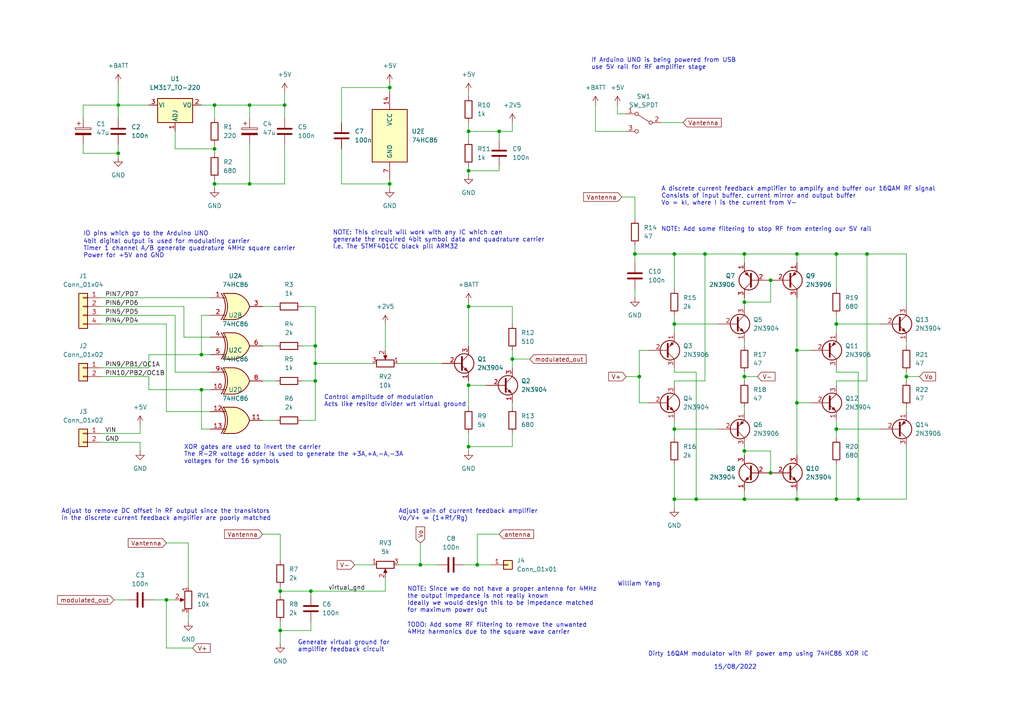
<source format=kicad_sch>
(kicad_sch (version 20211123) (generator eeschema)
  (paper "A4")
  (lib_symbols
    (symbol "74xx:74HC86" (pin_names (offset 1.016))
      (property "Reference" "U" (at 0 1.27 0))
      (property "Value" "74HC86" (at 0 -1.27 0))
      (symbol "74HC86_1_0"
        (arc (start -4.4196 -3.81) (mid -3.2033 0) (end -4.4196 3.81) (stroke (width 0.254)))
        (arc (start -3.81 -3.81) (mid -2.589 0) (end -3.81 3.81) (stroke (width 0.254)))
        (arc (start -0.6096 -3.81) (mid 2.1842 -2.5851) (end 3.81 0) (stroke (width 0.254)) (fill (type background)))
        (polyline (pts (xy -3.81 -3.81) (xy -0.635 -3.81)) (stroke (width 0.254)) (fill (type background)))
        (polyline (pts (xy -3.81 3.81) (xy -0.635 3.81)) (stroke (width 0.254)) (fill (type background)))
        (polyline (pts (xy -0.635 3.81) (xy -3.81 3.81) (xy -3.81 3.81) (xy -3.556 3.4036) (xy -3.0226 2.2606) (xy -2.6924 1.0414) (xy -2.6162 -0.254) (xy -2.7686 -1.4986) (xy -3.175 -2.7178) (xy -3.81 -3.81) (xy -3.81 -3.81) (xy -0.635 -3.81)) (stroke (width -25.4)) (fill (type background)))
        (arc (start 3.81 0) (mid 2.1915 2.5936) (end -0.6096 3.81) (stroke (width 0.254)) (fill (type background)))
        (pin input line (at -7.62 2.54 0) (length 4.445) (name "~") (number "1"))
        (pin input line (at -7.62 -2.54 0) (length 4.445) (name "~") (number "2"))
        (pin output line (at 7.62 0 180) (length 3.81) (name "~") (number "3"))
      )
      (symbol "74HC86_1_1"
        (polyline (pts (xy -3.81 -2.54) (xy -3.175 -2.54)) (stroke (width 0.1524)))
        (polyline (pts (xy -3.81 2.54) (xy -3.175 2.54)) (stroke (width 0.1524)))
      )
      (symbol "74HC86_2_0"
        (arc (start -4.4196 -3.81) (mid -3.2033 0) (end -4.4196 3.81) (stroke (width 0.254)))
        (arc (start -3.81 -3.81) (mid -2.589 0) (end -3.81 3.81) (stroke (width 0.254)))
        (arc (start -0.6096 -3.81) (mid 2.1842 -2.5851) (end 3.81 0) (stroke (width 0.254)) (fill (type background)))
        (polyline (pts (xy -3.81 -3.81) (xy -0.635 -3.81)) (stroke (width 0.254)) (fill (type background)))
        (polyline (pts (xy -3.81 3.81) (xy -0.635 3.81)) (stroke (width 0.254)) (fill (type background)))
        (polyline (pts (xy -0.635 3.81) (xy -3.81 3.81) (xy -3.81 3.81) (xy -3.556 3.4036) (xy -3.0226 2.2606) (xy -2.6924 1.0414) (xy -2.6162 -0.254) (xy -2.7686 -1.4986) (xy -3.175 -2.7178) (xy -3.81 -3.81) (xy -3.81 -3.81) (xy -0.635 -3.81)) (stroke (width -25.4)) (fill (type background)))
        (arc (start 3.81 0) (mid 2.1915 2.5936) (end -0.6096 3.81) (stroke (width 0.254)) (fill (type background)))
        (pin input line (at -7.62 2.54 0) (length 4.445) (name "~") (number "4"))
        (pin input line (at -7.62 -2.54 0) (length 4.445) (name "~") (number "5"))
        (pin output line (at 7.62 0 180) (length 3.81) (name "~") (number "6"))
      )
      (symbol "74HC86_2_1"
        (polyline (pts (xy -3.81 -2.54) (xy -3.175 -2.54)) (stroke (width 0.1524)))
        (polyline (pts (xy -3.81 2.54) (xy -3.175 2.54)) (stroke (width 0.1524)))
      )
      (symbol "74HC86_3_0"
        (arc (start -4.4196 -3.81) (mid -3.2033 0) (end -4.4196 3.81) (stroke (width 0.254)))
        (arc (start -3.81 -3.81) (mid -2.589 0) (end -3.81 3.81) (stroke (width 0.254)))
        (arc (start -0.6096 -3.81) (mid 2.1842 -2.5851) (end 3.81 0) (stroke (width 0.254)) (fill (type background)))
        (polyline (pts (xy -3.81 -3.81) (xy -0.635 -3.81)) (stroke (width 0.254)) (fill (type background)))
        (polyline (pts (xy -3.81 3.81) (xy -0.635 3.81)) (stroke (width 0.254)) (fill (type background)))
        (polyline (pts (xy -0.635 3.81) (xy -3.81 3.81) (xy -3.81 3.81) (xy -3.556 3.4036) (xy -3.0226 2.2606) (xy -2.6924 1.0414) (xy -2.6162 -0.254) (xy -2.7686 -1.4986) (xy -3.175 -2.7178) (xy -3.81 -3.81) (xy -3.81 -3.81) (xy -0.635 -3.81)) (stroke (width -25.4)) (fill (type background)))
        (arc (start 3.81 0) (mid 2.1915 2.5936) (end -0.6096 3.81) (stroke (width 0.254)) (fill (type background)))
        (pin input line (at -7.62 -2.54 0) (length 4.445) (name "~") (number "10"))
        (pin output line (at 7.62 0 180) (length 3.81) (name "~") (number "8"))
        (pin input line (at -7.62 2.54 0) (length 4.445) (name "~") (number "9"))
      )
      (symbol "74HC86_3_1"
        (polyline (pts (xy -3.81 -2.54) (xy -3.175 -2.54)) (stroke (width 0.1524)))
        (polyline (pts (xy -3.81 2.54) (xy -3.175 2.54)) (stroke (width 0.1524)))
      )
      (symbol "74HC86_4_0"
        (arc (start -4.4196 -3.81) (mid -3.2033 0) (end -4.4196 3.81) (stroke (width 0.254)))
        (arc (start -3.81 -3.81) (mid -2.589 0) (end -3.81 3.81) (stroke (width 0.254)))
        (arc (start -0.6096 -3.81) (mid 2.1842 -2.5851) (end 3.81 0) (stroke (width 0.254)) (fill (type background)))
        (polyline (pts (xy -3.81 -3.81) (xy -0.635 -3.81)) (stroke (width 0.254)) (fill (type background)))
        (polyline (pts (xy -3.81 3.81) (xy -0.635 3.81)) (stroke (width 0.254)) (fill (type background)))
        (polyline (pts (xy -0.635 3.81) (xy -3.81 3.81) (xy -3.81 3.81) (xy -3.556 3.4036) (xy -3.0226 2.2606) (xy -2.6924 1.0414) (xy -2.6162 -0.254) (xy -2.7686 -1.4986) (xy -3.175 -2.7178) (xy -3.81 -3.81) (xy -3.81 -3.81) (xy -0.635 -3.81)) (stroke (width -25.4)) (fill (type background)))
        (arc (start 3.81 0) (mid 2.1915 2.5936) (end -0.6096 3.81) (stroke (width 0.254)) (fill (type background)))
        (pin output line (at 7.62 0 180) (length 3.81) (name "~") (number "11"))
        (pin input line (at -7.62 2.54 0) (length 4.445) (name "~") (number "12"))
        (pin input line (at -7.62 -2.54 0) (length 4.445) (name "~") (number "13"))
      )
      (symbol "74HC86_4_1"
        (polyline (pts (xy -3.81 -2.54) (xy -3.175 -2.54)) (stroke (width 0.1524)))
        (polyline (pts (xy -3.81 2.54) (xy -3.175 2.54)) (stroke (width 0.1524)))
      )
      (symbol "74HC86_5_0"
        (pin power_in line (at 0 12.7 270) (length 5.08) (name "VCC") (number "14"))
        (pin power_in line (at 0 -12.7 90) (length 5.08) (name "GND") (number "7"))
      )
      (symbol "74HC86_5_1"
        (rectangle (start -5.08 7.62) (end 5.08 -7.62) (stroke (width 0.254)) (fill (type background)))
      )
    )
    (symbol "Connector_Generic:Conn_01x01" (pin_names (offset 1.016) hide)
      (property "Reference" "J" (at 0 2.54 0))
      (property "Value" "Conn_01x01" (at 0 -2.54 0))
      (symbol "Conn_01x01_1_1"
        (rectangle (start -1.27 0.127) (end 0 -0.127) (stroke (width 0.1524)))
        (rectangle (start -1.27 1.27) (end 1.27 -1.27) (stroke (width 0.254)) (fill (type background)))
        (pin passive line (at -5.08 0 0) (length 3.81) (name "Pin_1") (number "1"))
      )
    )
    (symbol "Connector_Generic:Conn_01x02" (pin_names (offset 1.016) hide)
      (property "Reference" "J" (at 0 2.54 0))
      (property "Value" "Conn_01x02" (at 0 -5.08 0))
      (symbol "Conn_01x02_1_1"
        (rectangle (start -1.27 -2.413) (end 0 -2.667) (stroke (width 0.1524)))
        (rectangle (start -1.27 0.127) (end 0 -0.127) (stroke (width 0.1524)))
        (rectangle (start -1.27 1.27) (end 1.27 -3.81) (stroke (width 0.254)) (fill (type background)))
        (pin passive line (at -5.08 0 0) (length 3.81) (name "Pin_1") (number "1"))
        (pin passive line (at -5.08 -2.54 0) (length 3.81) (name "Pin_2") (number "2"))
      )
    )
    (symbol "Connector_Generic:Conn_01x04" (pin_names (offset 1.016) hide)
      (property "Reference" "J" (at 0 5.08 0))
      (property "Value" "Conn_01x04" (at 0 -7.62 0))
      (symbol "Conn_01x04_1_1"
        (rectangle (start -1.27 -4.953) (end 0 -5.207) (stroke (width 0.1524)))
        (rectangle (start -1.27 -2.413) (end 0 -2.667) (stroke (width 0.1524)))
        (rectangle (start -1.27 0.127) (end 0 -0.127) (stroke (width 0.1524)))
        (rectangle (start -1.27 2.667) (end 0 2.413) (stroke (width 0.1524)))
        (rectangle (start -1.27 3.81) (end 1.27 -6.35) (stroke (width 0.254)) (fill (type background)))
        (pin passive line (at -5.08 2.54 0) (length 3.81) (name "Pin_1") (number "1"))
        (pin passive line (at -5.08 0 0) (length 3.81) (name "Pin_2") (number "2"))
        (pin passive line (at -5.08 -2.54 0) (length 3.81) (name "Pin_3") (number "3"))
        (pin passive line (at -5.08 -5.08 0) (length 3.81) (name "Pin_4") (number "4"))
      )
    )
    (symbol "Device:C" (pin_numbers hide) (pin_names (offset 0.254))
      (property "Reference" "C" (at 0.635 2.54 0))
      (property "Value" "C" (at 0.635 -2.54 0))
      (symbol "C_0_1"
        (polyline (pts (xy -2.032 -0.762) (xy 2.032 -0.762)) (stroke (width 0.508)))
        (polyline (pts (xy -2.032 0.762) (xy 2.032 0.762)) (stroke (width 0.508)))
      )
      (symbol "C_1_1"
        (pin passive line (at 0 3.81 270) (length 2.794) (name "~") (number "1"))
        (pin passive line (at 0 -3.81 90) (length 2.794) (name "~") (number "2"))
      )
    )
    (symbol "Device:C_Polarized" (pin_numbers hide) (pin_names (offset 0.254))
      (property "Reference" "C" (at 0.635 2.54 0))
      (property "Value" "C_Polarized" (at 0.635 -2.54 0))
      (symbol "C_Polarized_0_1"
        (rectangle (start -2.286 0.508) (end 2.286 1.016))
        (polyline (pts (xy -1.778 2.286) (xy -0.762 2.286)))
        (polyline (pts (xy -1.27 2.794) (xy -1.27 1.778)))
        (rectangle (start 2.286 -0.508) (end -2.286 -1.016) (fill (type outline)))
      )
      (symbol "C_Polarized_1_1"
        (pin passive line (at 0 3.81 270) (length 2.794) (name "~") (number "1"))
        (pin passive line (at 0 -3.81 90) (length 2.794) (name "~") (number "2"))
      )
    )
    (symbol "Device:R" (pin_numbers hide) (pin_names (offset 0))
      (property "Reference" "R" (at 2.032 0 90))
      (property "Value" "R" (at 0 0 90))
      (symbol "R_0_1"
        (rectangle (start -1.016 -2.54) (end 1.016 2.54) (stroke (width 0.254)))
      )
      (symbol "R_1_1"
        (pin passive line (at 0 3.81 270) (length 1.27) (name "~") (number "1"))
        (pin passive line (at 0 -3.81 90) (length 1.27) (name "~") (number "2"))
      )
    )
    (symbol "Device:R_Potentiometer" (pin_names (offset 1.016) hide)
      (property "Reference" "RV" (at -4.445 0 90))
      (property "Value" "R_Potentiometer" (at -2.54 0 90))
      (symbol "R_Potentiometer_0_1"
        (polyline (pts (xy 2.54 0) (xy 1.524 0)))
        (polyline (pts (xy 1.143 0) (xy 2.286 0.508) (xy 2.286 -0.508) (xy 1.143 0)) (fill (type outline)))
        (rectangle (start 1.016 2.54) (end -1.016 -2.54) (stroke (width 0.254)))
      )
      (symbol "R_Potentiometer_1_1"
        (pin passive line (at 0 3.81 270) (length 1.27) (name "1") (number "1"))
        (pin passive line (at 3.81 0 180) (length 1.27) (name "2") (number "2"))
        (pin passive line (at 0 -3.81 90) (length 1.27) (name "3") (number "3"))
      )
    )
    (symbol "Regulator_Linear:LM317_TO-220" (pin_names (offset 0.254))
      (property "Reference" "U" (at -3.81 3.175 0))
      (property "Value" "LM317_TO-220" (at 0 3.175 0))
      (symbol "LM317_TO-220_0_1"
        (rectangle (start -5.08 1.905) (end 5.08 -5.08) (stroke (width 0.254)) (fill (type background)))
      )
      (symbol "LM317_TO-220_1_1"
        (pin input line (at 0 -7.62 90) (length 2.54) (name "ADJ") (number "1"))
        (pin power_out line (at 7.62 0 180) (length 2.54) (name "VO") (number "2"))
        (pin power_in line (at -7.62 0 0) (length 2.54) (name "VI") (number "3"))
      )
    )
    (symbol "Switch:SW_SPDT" (pin_names (offset 0) hide)
      (property "Reference" "SW" (at 0 4.318 0))
      (property "Value" "SW_SPDT" (at 0 -5.08 0))
      (symbol "SW_SPDT_0_0"
        (circle (center -2.032 0) (radius 0.508))
        (circle (center 2.032 -2.54) (radius 0.508))
      )
      (symbol "SW_SPDT_0_1"
        (polyline (pts (xy -1.524 0.254) (xy 1.651 2.286)))
        (circle (center 2.032 2.54) (radius 0.508))
      )
      (symbol "SW_SPDT_1_1"
        (pin passive line (at 5.08 2.54 180) (length 2.54) (name "A") (number "1"))
        (pin passive line (at -5.08 0 0) (length 2.54) (name "B") (number "2"))
        (pin passive line (at 5.08 -2.54 180) (length 2.54) (name "C") (number "3"))
      )
    )
    (symbol "Transistor_BJT:2N3904" (pin_names (offset 0) hide)
      (property "Reference" "Q" (at 5.08 1.905 0))
      (property "Value" "2N3904" (at 5.08 0 0))
      (symbol "2N3904_0_1"
        (polyline (pts (xy 0.635 0.635) (xy 2.54 2.54)))
        (polyline (pts (xy 0.635 -0.635) (xy 2.54 -2.54) (xy 2.54 -2.54)))
        (polyline (pts (xy 0.635 1.905) (xy 0.635 -1.905) (xy 0.635 -1.905)) (stroke (width 0.508)))
        (polyline (pts (xy 1.27 -1.778) (xy 1.778 -1.27) (xy 2.286 -2.286) (xy 1.27 -1.778) (xy 1.27 -1.778)) (fill (type outline)))
        (circle (center 1.27 0) (radius 2.8194) (stroke (width 0.254)))
      )
      (symbol "2N3904_1_1"
        (pin passive line (at 2.54 -5.08 90) (length 2.54) (name "E") (number "1"))
        (pin passive line (at -5.08 0 0) (length 5.715) (name "B") (number "2"))
        (pin passive line (at 2.54 5.08 270) (length 2.54) (name "C") (number "3"))
      )
    )
    (symbol "Transistor_BJT:2N3906" (pin_names (offset 0) hide)
      (property "Reference" "Q" (at 5.08 1.905 0))
      (property "Value" "2N3906" (at 5.08 0 0))
      (symbol "2N3906_0_1"
        (polyline (pts (xy 0.635 0.635) (xy 2.54 2.54)))
        (polyline (pts (xy 0.635 -0.635) (xy 2.54 -2.54) (xy 2.54 -2.54)))
        (polyline (pts (xy 0.635 1.905) (xy 0.635 -1.905) (xy 0.635 -1.905)) (stroke (width 0.508)))
        (polyline (pts (xy 2.286 -1.778) (xy 1.778 -2.286) (xy 1.27 -1.27) (xy 2.286 -1.778) (xy 2.286 -1.778)) (fill (type outline)))
        (circle (center 1.27 0) (radius 2.8194) (stroke (width 0.254)))
      )
      (symbol "2N3906_1_1"
        (pin passive line (at 2.54 -5.08 90) (length 2.54) (name "E") (number "1"))
        (pin input line (at -5.08 0 0) (length 5.715) (name "B") (number "2"))
        (pin passive line (at 2.54 5.08 270) (length 2.54) (name "C") (number "3"))
      )
    )
    (symbol "power:+2V5" (power) (pin_names (offset 0))
      (property "Value" "+2V5" (at 0 3.556 0))
      (symbol "+2V5_0_1"
        (polyline (pts (xy -0.762 1.27) (xy 0 2.54)))
        (polyline (pts (xy 0 0) (xy 0 2.54)))
        (polyline (pts (xy 0 2.54) (xy 0.762 1.27)))
      )
      (symbol "+2V5_1_1"
        (pin power_in line (at 0 0 90) (length 0) hide (name "+2V5") (number "1"))
      )
    )
    (symbol "power:+5V" (power) (pin_names (offset 0))
      (property "Value" "+5V" (at 0 3.556 0))
      (symbol "+5V_0_1"
        (polyline (pts (xy -0.762 1.27) (xy 0 2.54)))
        (polyline (pts (xy 0 0) (xy 0 2.54)))
        (polyline (pts (xy 0 2.54) (xy 0.762 1.27)))
      )
      (symbol "+5V_1_1"
        (pin power_in line (at 0 0 90) (length 0) hide (name "+5V") (number "1"))
      )
    )
    (symbol "power:+BATT" (power) (pin_names (offset 0))
      (property "Value" "+BATT" (at 0 3.556 0))
      (symbol "+BATT_0_1"
        (polyline (pts (xy -0.762 1.27) (xy 0 2.54)))
        (polyline (pts (xy 0 0) (xy 0 2.54)))
        (polyline (pts (xy 0 2.54) (xy 0.762 1.27)))
      )
      (symbol "+BATT_1_1"
        (pin power_in line (at 0 0 90) (length 0) hide (name "+BATT") (number "1"))
      )
    )
    (symbol "power:GND" (power) (pin_names (offset 0))
      (property "Value" "GND" (at 0 -3.81 0))
      (symbol "GND_0_1"
        (polyline (pts (xy 0 0) (xy 0 -1.27) (xy 1.27 -1.27) (xy 0 -2.54) (xy -1.27 -1.27) (xy 0 -1.27)))
      )
      (symbol "GND_1_1"
        (pin power_in line (at 0 0 270) (length 0) hide (name "GND") (number "1"))
      )
    )
  )
  (junction (at 62.23 53.34))
  (junction (at 82.55 30.48))
  (junction (at 34.29 44.45))
  (junction (at 215.9 73.66))
  (junction (at 81.28 182.88))
  (junction (at 185.42 109.22))
  (junction (at 195.58 144.78))
  (junction (at 223.52 81.28))
  (junction (at 135.89 38.1))
  (junction (at 34.29 30.48))
  (junction (at 231.14 101.6))
  (junction (at 138.43 163.83))
  (junction (at 195.58 124.46))
  (junction (at 72.39 30.48))
  (junction (at 113.03 53.34))
  (junction (at 195.58 93.98))
  (junction (at 135.89 129.54))
  (junction (at 91.44 100.33))
  (junction (at 62.23 30.48))
  (junction (at 135.89 88.9))
  (junction (at 231.14 144.78))
  (junction (at 262.89 109.22))
  (junction (at 91.44 110.49))
  (junction (at 251.46 73.66))
  (junction (at 215.9 144.78))
  (junction (at 242.57 144.78))
  (junction (at 184.15 73.66))
  (junction (at 231.14 73.66))
  (junction (at 135.89 111.76))
  (junction (at 91.44 105.41))
  (junction (at 81.28 171.45))
  (junction (at 90.17 171.45))
  (junction (at 58.42 102.87))
  (junction (at 58.42 113.03))
  (junction (at 231.14 116.84))
  (junction (at 248.92 144.78))
  (junction (at 242.57 73.66))
  (junction (at 204.47 73.66))
  (junction (at 215.9 87.63))
  (junction (at 215.9 109.22))
  (junction (at 242.57 93.98))
  (junction (at 195.58 73.66))
  (junction (at 62.23 43.18))
  (junction (at 215.9 130.81))
  (junction (at 144.78 38.1))
  (junction (at 135.89 49.53))
  (junction (at 72.39 53.34))
  (junction (at 113.03 25.4))
  (junction (at 223.52 137.16))
  (junction (at 201.93 144.78))
  (junction (at 148.59 104.14))
  (junction (at 242.57 124.46))
  (junction (at 121.92 163.83))
  (junction (at 48.26 173.99))
  (wire (pts (xy 29.21 88.9) (xy 53.34 88.9)))
  (wire (pts (xy 113.03 52.07) (xy 113.03 53.34)))
  (wire (pts (xy 111.76 171.45) (xy 90.17 171.45)))
  (wire (pts (xy 82.55 41.91) (xy 82.55 53.34)))
  (wire (pts (xy 43.18 102.87) (xy 43.18 106.68)))
  (wire (pts (xy 58.42 113.03) (xy 58.42 124.46)))
  (wire (pts (xy 262.89 109.22) (xy 266.7 109.22)))
  (wire (pts (xy 184.15 76.2) (xy 184.15 73.66)))
  (wire (pts (xy 135.89 110.49) (xy 135.89 111.76)))
  (wire (pts (xy 195.58 110.49) (xy 204.47 110.49)))
  (wire (pts (xy 242.57 111.76) (xy 242.57 110.49)))
  (wire (pts (xy 50.8 107.95) (xy 60.96 107.95)))
  (wire (pts (xy 262.89 99.06) (xy 262.89 100.33)))
  (wire (pts (xy 148.59 101.6) (xy 148.59 104.14)))
  (wire (pts (xy 148.59 125.73) (xy 148.59 129.54)))
  (wire (pts (xy 50.8 107.95) (xy 50.8 91.44)))
  (wire (pts (xy 215.9 130.81) (xy 215.9 132.08)))
  (wire (pts (xy 44.45 173.99) (xy 48.26 173.99)))
  (wire (pts (xy 29.21 86.36) (xy 60.96 86.36)))
  (wire (pts (xy 148.59 38.1) (xy 144.78 38.1)))
  (wire (pts (xy 144.78 40.64) (xy 144.78 38.1)))
  (wire (pts (xy 76.2 110.49) (xy 80.01 110.49)))
  (wire (pts (xy 135.89 26.67) (xy 135.89 27.94)))
  (wire (pts (xy 148.59 129.54) (xy 135.89 129.54)))
  (wire (pts (xy 48.26 93.98) (xy 48.26 119.38)))
  (wire (pts (xy 33.02 173.99) (xy 36.83 173.99)))
  (wire (pts (xy 121.92 163.83) (xy 115.57 163.83)))
  (wire (pts (xy 34.29 24.13) (xy 34.29 30.48)))
  (wire (pts (xy 48.26 157.48) (xy 54.61 157.48)))
  (wire (pts (xy 144.78 154.94) (xy 138.43 154.94)))
  (wire (pts (xy 195.58 91.44) (xy 195.58 93.98)))
  (wire (pts (xy 231.14 86.36) (xy 231.14 101.6)))
  (wire (pts (xy 148.59 104.14) (xy 153.67 104.14)))
  (wire (pts (xy 148.59 35.56) (xy 148.59 38.1)))
  (wire (pts (xy 135.89 49.53) (xy 135.89 50.8)))
  (wire (pts (xy 215.9 73.66) (xy 215.9 76.2)))
  (wire (pts (xy 191.77 35.56) (xy 198.12 35.56)))
  (wire (pts (xy 58.42 124.46) (xy 60.96 124.46)))
  (wire (pts (xy 34.29 30.48) (xy 34.29 34.29)))
  (wire (pts (xy 138.43 154.94) (xy 138.43 163.83)))
  (wire (pts (xy 29.21 93.98) (xy 48.26 93.98)))
  (wire (pts (xy 81.28 171.45) (xy 81.28 172.72)))
  (wire (pts (xy 43.18 109.22) (xy 43.18 113.03)))
  (wire (pts (xy 72.39 53.34) (xy 62.23 53.34)))
  (wire (pts (xy 90.17 182.88) (xy 90.17 180.34)))
  (wire (pts (xy 24.13 41.91) (xy 24.13 44.45)))
  (wire (pts (xy 201.93 144.78) (xy 215.9 144.78)))
  (wire (pts (xy 231.14 101.6) (xy 231.14 116.84)))
  (wire (pts (xy 215.9 129.54) (xy 215.9 130.81)))
  (wire (pts (xy 135.89 129.54) (xy 135.89 130.81)))
  (wire (pts (xy 72.39 30.48) (xy 82.55 30.48)))
  (wire (pts (xy 215.9 109.22) (xy 215.9 110.49)))
  (wire (pts (xy 121.92 163.83) (xy 127 163.83)))
  (wire (pts (xy 179.07 30.48) (xy 179.07 33.02)))
  (wire (pts (xy 82.55 26.67) (xy 82.55 30.48)))
  (wire (pts (xy 135.89 49.53) (xy 144.78 49.53)))
  (wire (pts (xy 195.58 106.68) (xy 195.58 107.95)))
  (wire (pts (xy 195.58 93.98) (xy 195.58 96.52)))
  (wire (pts (xy 148.59 93.98) (xy 148.59 88.9)))
  (wire (pts (xy 58.42 113.03) (xy 60.96 113.03)))
  (wire (pts (xy 76.2 88.9) (xy 80.01 88.9)))
  (wire (pts (xy 135.89 38.1) (xy 135.89 40.64)))
  (wire (pts (xy 34.29 41.91) (xy 34.29 44.45)))
  (wire (pts (xy 215.9 86.36) (xy 215.9 87.63)))
  (wire (pts (xy 201.93 107.95) (xy 201.93 144.78)))
  (wire (pts (xy 54.61 177.8) (xy 54.61 180.34)))
  (wire (pts (xy 144.78 48.26) (xy 144.78 49.53)))
  (wire (pts (xy 231.14 116.84) (xy 234.95 116.84)))
  (wire (pts (xy 195.58 111.76) (xy 195.58 110.49)))
  (wire (pts (xy 87.63 100.33) (xy 91.44 100.33)))
  (wire (pts (xy 58.42 102.87) (xy 60.96 102.87)))
  (wire (pts (xy 195.58 144.78) (xy 201.93 144.78)))
  (wire (pts (xy 91.44 105.41) (xy 107.95 105.41)))
  (wire (pts (xy 99.06 25.4) (xy 113.03 25.4)))
  (wire (pts (xy 134.62 163.83) (xy 138.43 163.83)))
  (wire (pts (xy 204.47 73.66) (xy 215.9 73.66)))
  (wire (pts (xy 248.92 107.95) (xy 248.92 144.78)))
  (wire (pts (xy 195.58 124.46) (xy 208.28 124.46)))
  (wire (pts (xy 231.14 73.66) (xy 231.14 76.2)))
  (wire (pts (xy 187.96 101.6) (xy 185.42 101.6)))
  (wire (pts (xy 242.57 93.98) (xy 255.27 93.98)))
  (wire (pts (xy 82.55 53.34) (xy 72.39 53.34)))
  (wire (pts (xy 62.23 30.48) (xy 72.39 30.48)))
  (wire (pts (xy 111.76 93.98) (xy 111.76 101.6)))
  (wire (pts (xy 251.46 73.66) (xy 251.46 110.49)))
  (wire (pts (xy 72.39 34.29) (xy 72.39 30.48)))
  (wire (pts (xy 135.89 125.73) (xy 135.89 129.54)))
  (wire (pts (xy 215.9 87.63) (xy 215.9 88.9)))
  (wire (pts (xy 81.28 171.45) (xy 81.28 170.18)))
  (wire (pts (xy 40.64 130.81) (xy 40.64 128.27)))
  (wire (pts (xy 99.06 53.34) (xy 113.03 53.34)))
  (wire (pts (xy 242.57 73.66) (xy 242.57 83.82)))
  (wire (pts (xy 262.89 73.66) (xy 262.89 88.9)))
  (wire (pts (xy 34.29 30.48) (xy 43.18 30.48)))
  (wire (pts (xy 50.8 38.1) (xy 50.8 43.18)))
  (wire (pts (xy 184.15 83.82) (xy 184.15 86.36)))
  (wire (pts (xy 195.58 73.66) (xy 204.47 73.66)))
  (wire (pts (xy 184.15 71.12) (xy 184.15 73.66)))
  (wire (pts (xy 29.21 91.44) (xy 50.8 91.44)))
  (wire (pts (xy 76.2 121.92) (xy 80.01 121.92)))
  (wire (pts (xy 29.21 106.68) (xy 43.18 106.68)))
  (wire (pts (xy 29.21 109.22) (xy 43.18 109.22)))
  (wire (pts (xy 185.42 109.22) (xy 185.42 116.84)))
  (wire (pts (xy 135.89 88.9) (xy 135.89 100.33)))
  (wire (pts (xy 231.14 73.66) (xy 242.57 73.66)))
  (wire (pts (xy 81.28 182.88) (xy 90.17 182.88)))
  (wire (pts (xy 195.58 107.95) (xy 201.93 107.95)))
  (wire (pts (xy 87.63 121.92) (xy 91.44 121.92)))
  (wire (pts (xy 91.44 105.41) (xy 91.44 110.49)))
  (wire (pts (xy 195.58 144.78) (xy 195.58 147.32)))
  (wire (pts (xy 215.9 107.95) (xy 215.9 109.22)))
  (wire (pts (xy 215.9 144.78) (xy 231.14 144.78)))
  (wire (pts (xy 184.15 57.15) (xy 180.34 57.15)))
  (wire (pts (xy 148.59 116.84) (xy 148.59 118.11)))
  (wire (pts (xy 223.52 130.81) (xy 215.9 130.81)))
  (wire (pts (xy 242.57 121.92) (xy 242.57 124.46)))
  (wire (pts (xy 76.2 154.94) (xy 81.28 154.94)))
  (wire (pts (xy 242.57 134.62) (xy 242.57 144.78)))
  (wire (pts (xy 135.89 48.26) (xy 135.89 49.53)))
  (wire (pts (xy 48.26 173.99) (xy 50.8 173.99)))
  (wire (pts (xy 195.58 124.46) (xy 195.58 127)))
  (wire (pts (xy 29.21 125.73) (xy 40.64 125.73)))
  (wire (pts (xy 53.34 88.9) (xy 53.34 97.79)))
  (wire (pts (xy 242.57 144.78) (xy 231.14 144.78)))
  (wire (pts (xy 184.15 63.5) (xy 184.15 57.15)))
  (wire (pts (xy 231.14 101.6) (xy 234.95 101.6)))
  (wire (pts (xy 99.06 35.56) (xy 99.06 25.4)))
  (wire (pts (xy 62.23 52.07) (xy 62.23 53.34)))
  (wire (pts (xy 76.2 100.33) (xy 80.01 100.33)))
  (wire (pts (xy 242.57 110.49) (xy 251.46 110.49)))
  (wire (pts (xy 195.58 83.82) (xy 195.58 73.66)))
  (wire (pts (xy 72.39 41.91) (xy 72.39 53.34)))
  (wire (pts (xy 251.46 73.66) (xy 262.89 73.66)))
  (wire (pts (xy 215.9 118.11) (xy 215.9 119.38)))
  (wire (pts (xy 181.61 109.22) (xy 185.42 109.22)))
  (wire (pts (xy 87.63 88.9) (xy 91.44 88.9)))
  (wire (pts (xy 215.9 99.06) (xy 215.9 100.33)))
  (wire (pts (xy 204.47 73.66) (xy 204.47 110.49)))
  (wire (pts (xy 87.63 110.49) (xy 91.44 110.49)))
  (wire (pts (xy 58.42 91.44) (xy 60.96 91.44)))
  (wire (pts (xy 82.55 34.29) (xy 82.55 30.48)))
  (wire (pts (xy 58.42 91.44) (xy 58.42 102.87)))
  (wire (pts (xy 34.29 44.45) (xy 34.29 45.72)))
  (wire (pts (xy 185.42 101.6) (xy 185.42 109.22)))
  (wire (pts (xy 242.57 106.68) (xy 242.57 107.95)))
  (wire (pts (xy 113.03 25.4) (xy 113.03 26.67)))
  (wire (pts (xy 242.57 124.46) (xy 242.57 127)))
  (wire (pts (xy 50.8 43.18) (xy 62.23 43.18)))
  (wire (pts (xy 62.23 30.48) (xy 62.23 34.29)))
  (wire (pts (xy 135.89 111.76) (xy 140.97 111.76)))
  (wire (pts (xy 223.52 137.16) (xy 223.52 130.81)))
  (wire (pts (xy 91.44 100.33) (xy 91.44 105.41)))
  (wire (pts (xy 111.76 167.64) (xy 111.76 171.45)))
  (wire (pts (xy 195.58 121.92) (xy 195.58 124.46)))
  (wire (pts (xy 242.57 91.44) (xy 242.57 93.98)))
  (wire (pts (xy 43.18 113.03) (xy 58.42 113.03)))
  (wire (pts (xy 91.44 121.92) (xy 91.44 110.49)))
  (wire (pts (xy 81.28 154.94) (xy 81.28 162.56)))
  (wire (pts (xy 48.26 173.99) (xy 48.26 187.96)))
  (wire (pts (xy 53.34 97.79) (xy 60.96 97.79)))
  (wire (pts (xy 231.14 144.78) (xy 231.14 142.24)))
  (wire (pts (xy 262.89 109.22) (xy 262.89 110.49)))
  (wire (pts (xy 215.9 142.24) (xy 215.9 144.78)))
  (wire (pts (xy 262.89 118.11) (xy 262.89 119.38)))
  (wire (pts (xy 91.44 100.33) (xy 91.44 88.9)))
  (wire (pts (xy 148.59 88.9) (xy 135.89 88.9)))
  (wire (pts (xy 81.28 180.34) (xy 81.28 182.88)))
  (wire (pts (xy 215.9 109.22) (xy 219.71 109.22)))
  (wire (pts (xy 184.15 73.66) (xy 195.58 73.66)))
  (wire (pts (xy 24.13 30.48) (xy 34.29 30.48)))
  (wire (pts (xy 135.89 87.63) (xy 135.89 88.9)))
  (wire (pts (xy 54.61 157.48) (xy 54.61 170.18)))
  (wire (pts (xy 223.52 87.63) (xy 215.9 87.63)))
  (wire (pts (xy 40.64 128.27) (xy 29.21 128.27)))
  (wire (pts (xy 262.89 129.54) (xy 262.89 144.78)))
  (wire (pts (xy 179.07 33.02) (xy 181.61 33.02)))
  (wire (pts (xy 115.57 105.41) (xy 128.27 105.41)))
  (wire (pts (xy 113.03 24.13) (xy 113.03 25.4)))
  (wire (pts (xy 24.13 44.45) (xy 34.29 44.45)))
  (wire (pts (xy 148.59 104.14) (xy 148.59 106.68)))
  (wire (pts (xy 172.72 38.1) (xy 181.61 38.1)))
  (wire (pts (xy 262.89 107.95) (xy 262.89 109.22)))
  (wire (pts (xy 172.72 30.48) (xy 172.72 38.1)))
  (wire (pts (xy 231.14 116.84) (xy 231.14 132.08)))
  (wire (pts (xy 255.27 124.46) (xy 242.57 124.46)))
  (wire (pts (xy 24.13 34.29) (xy 24.13 30.48)))
  (wire (pts (xy 113.03 53.34) (xy 113.03 54.61)))
  (wire (pts (xy 195.58 93.98) (xy 208.28 93.98)))
  (wire (pts (xy 58.42 30.48) (xy 62.23 30.48)))
  (wire (pts (xy 62.23 43.18) (xy 62.23 44.45)))
  (wire (pts (xy 48.26 119.38) (xy 60.96 119.38)))
  (wire (pts (xy 135.89 111.76) (xy 135.89 118.11)))
  (wire (pts (xy 102.87 163.83) (xy 107.95 163.83)))
  (wire (pts (xy 62.23 53.34) (xy 62.23 54.61)))
  (wire (pts (xy 195.58 134.62) (xy 195.58 144.78)))
  (wire (pts (xy 81.28 182.88) (xy 81.28 186.69)))
  (wire (pts (xy 144.78 38.1) (xy 135.89 38.1)))
  (wire (pts (xy 135.89 38.1) (xy 135.89 35.56)))
  (wire (pts (xy 43.18 102.87) (xy 58.42 102.87)))
  (wire (pts (xy 215.9 73.66) (xy 231.14 73.66)))
  (wire (pts (xy 99.06 43.18) (xy 99.06 53.34)))
  (wire (pts (xy 242.57 107.95) (xy 248.92 107.95)))
  (wire (pts (xy 121.92 157.48) (xy 121.92 163.83)))
  (wire (pts (xy 48.26 187.96) (xy 55.88 187.96)))
  (wire (pts (xy 262.89 144.78) (xy 248.92 144.78)))
  (wire (pts (xy 242.57 93.98) (xy 242.57 96.52)))
  (wire (pts (xy 62.23 41.91) (xy 62.23 43.18)))
  (wire (pts (xy 40.64 125.73) (xy 40.64 123.19)))
  (wire (pts (xy 90.17 172.72) (xy 90.17 171.45)))
  (wire (pts (xy 185.42 116.84) (xy 187.96 116.84)))
  (wire (pts (xy 90.17 171.45) (xy 81.28 171.45)))
  (wire (pts (xy 242.57 73.66) (xy 251.46 73.66)))
  (wire (pts (xy 248.92 144.78) (xy 242.57 144.78)))
  (wire (pts (xy 138.43 163.83) (xy 142.24 163.83)))
  (wire (pts (xy 223.52 81.28) (xy 223.52 87.63)))
  (text "NOTE: Since we do not have a proper antenna for 4MHz\nthe output impedance is not really known\nIdeally we would design this to be impedance matched \nfor maximum power out" (at 118.11 177.8 0) (effects (font (size 1.27 1.27)) (justify left bottom)))
  (text "A discrete current feedback amplifier to amplify and buffer our 16QAM RF signal\nConsists of input buffer, current mirror and output buffer\nVo = kI, where I is the current from V-" (at 191.77 59.69 0) (effects (font (size 1.27 1.27)) (justify left bottom)))
  (text "William Yang" (at 179.07 170.18 0) (effects (font (size 1.27 1.27)) (justify left bottom)))
  (text "Dirty 16QAM modulator with RF power amp using 74HC86 XOR IC" (at 187.96 190.5 0) (effects (font (size 1.27 1.27)) (justify left bottom)))
  (text "Generate virtual ground for \namplifier feedback circuit\n" (at 86.36 189.23 0) (effects (font (size 1.27 1.27)) (justify left bottom)))
  (text "Adjust to remove DC offset in RF output since the transistors\nin the discrete current feedback amplifier are poorly matched" (at 17.78 151.13 0) (effects (font (size 1.27 1.27)) (justify left bottom)))
  (text "Adjust gain of current feedback amplifier\nVo/V+ = (1+Rf/Rg)" (at 115.57 151.13 0) (effects (font (size 1.27 1.27)) (justify left bottom)))
  (text "15/08/2022\n" (at 207.01 194.31 0) (effects (font (size 1.27 1.27)) (justify left bottom)))
  (text "If Arduino UNO is being powered from USB\nuse 5V rail for RF amplifier stage" (at 171.45 20.32 0) (effects (font (size 1.27 1.27)) (justify left bottom)))
  (text "XOR gates are used to invert the carrier\nThe R-2R voltage adder is used to generate the +3A,+A,-A,-3A\nvoltages for the 16 symbols" (at 53.34 134.62 0) (effects (font (size 1.27 1.27)) (justify left bottom)))
  (text "Control amplitude of modulation\nActs like resitor divider wrt virtual ground\n" (at 93.98 118.11 0) (effects (font (size 1.27 1.27)) (justify left bottom)))
  (text "4bit digital output is used for modulating carrier\nTimer 1 channel A/B generate quadrature 4MHz square carrier\nPower for +5V and GND" (at 24.13 74.93 0) (effects (font (size 1.27 1.27)) (justify left bottom)))
  (text "IO pins which go to the Arduino UNO\n" (at 24.13 68.58 0) (effects (font (size 1.27 1.27)) (justify left bottom)))
  (text "TODO: Add some RF filtering to remove the unwanted\n4MHz harmonics due to the square wave carrier" (at 118.11 184.15 0) (effects (font (size 1.27 1.27)) (justify left bottom)))
  (text "NOTE: This circuit will work with any IC which can \ngenerate the required 4bit symbol data and quadrature carrier\nI.e. The STMF401CC black pill ARM32 " (at 96.52 72.39 0) (effects (font (size 1.27 1.27)) (justify left bottom)))
  (text "NOTE: Add some filtering to stop RF from entering our 5V rail" (at 191.77 67.31 0) (effects (font (size 1.27 1.27)) (justify left bottom)))
  (label "VIN" (at 30.48 125.73 0))
  (label "virtual_gnd" (at 95.25 171.45 0))
  (label "PIN5{slash}PD5" (at 30.48 91.44 0))
  (label "PIN4{slash}PD4" (at 30.48 93.98 0))
  (label "PIN10{slash}PB2{slash}OC1B" (at 30.48 109.22 0))
  (label "PIN6{slash}PD6" (at 30.48 88.9 0))
  (label "PIN9{slash}PB1{slash}OC1A" (at 30.48 106.68 0))
  (label "GND" (at 30.48 128.27 0))
  (label "PIN7{slash}PD7" (at 30.48 86.36 0))
  (global_label "Vantenna" (shape input) (at 48.26 157.48 180) (property "Intersheet References" "${INTERSHEET_REFS}" (effects hide)))
  (global_label "Vo" (shape input) (at 121.92 157.48 90) (property "Intersheet References" "${INTERSHEET_REFS}" (effects hide)))
  (global_label "V+" (shape input) (at 55.88 187.96 0) (property "Intersheet References" "${INTERSHEET_REFS}" (effects hide)))
  (global_label "V-" (shape input) (at 102.87 163.83 180) (property "Intersheet References" "${INTERSHEET_REFS}" (effects hide)))
  (global_label "V-" (shape input) (at 219.71 109.22 0) (property "Intersheet References" "${INTERSHEET_REFS}" (effects hide)))
  (global_label "Vantenna" (shape input) (at 180.34 57.15 180) (property "Intersheet References" "${INTERSHEET_REFS}" (effects hide)))
  (global_label "modulated_out" (shape input) (at 153.67 104.14 0) (property "Intersheet References" "${INTERSHEET_REFS}" (effects hide)))
  (global_label "antenna" (shape input) (at 144.78 154.94 0) (property "Intersheet References" "${INTERSHEET_REFS}" (effects hide)))
  (global_label "V+" (shape input) (at 181.61 109.22 180) (property "Intersheet References" "${INTERSHEET_REFS}" (effects hide)))
  (global_label "Vantenna" (shape input) (at 76.2 154.94 180) (property "Intersheet References" "${INTERSHEET_REFS}" (effects hide)))
  (global_label "modulated_out" (shape input) (at 33.02 173.99 180) (property "Intersheet References" "${INTERSHEET_REFS}" (effects hide)))
  (global_label "Vo" (shape input) (at 266.7 109.22 0) (property "Intersheet References" "${INTERSHEET_REFS}" (effects hide)))
  (global_label "Vantenna" (shape input) (at 198.12 35.56 0) (property "Intersheet References" "${INTERSHEET_REFS}" (effects hide)))
  (symbol (lib_id "Transistor_BJT:2N3906") (at 240.03 101.6 0) (mirror x) (unit 1)
    (property "Reference" "Q11" (at 245.11 100.3299 0) (effects (justify left)))
    (property "Value" "2N3906" (at 245.11 102.8699 0) (effects (justify left)))
    (property "Footprint" "Package_TO_SOT_THT:TO-92_Inline" (effects hide))
    (property "Datasheet" "https://www.onsemi.com/pub/Collateral/2N3906-D.PDF" (effects hide))
  )
  (symbol (lib_id "power:+5V") (at 135.89 26.67 0) (unit 1)
    (property "Reference" "#PWR0107" (effects hide))
    (property "Value" "+5V" (at 135.89 21.59 0))
  )
  (symbol (lib_id "Device:R") (at 262.89 104.14 180) (unit 1)
    (property "Reference" "R21" (at 265.43 102.8699 0) (effects (justify right)))
    (property "Value" "47" (at 265.43 105.4099 0) (effects (justify right)))
    (property "Footprint" "Resistor_THT:R_Axial_DIN0207_L6.3mm_D2.5mm_P7.62mm_Horizontal" (effects hide))
  )
  (symbol (lib_id "Transistor_BJT:2N3906") (at 218.44 81.28 180) (unit 1)
    (property "Reference" "Q7" (at 213.2298 80.0099 0) (effects (justify left)))
    (property "Value" "2N3906" (at 213.2298 82.5499 0) (effects (justify left)))
    (property "Footprint" "Package_TO_SOT_THT:TO-92_Inline" (effects hide))
    (property "Datasheet" "https://www.onsemi.com/pub/Collateral/2N3906-D.PDF" (effects hide))
  )
  (symbol (lib_id "Transistor_BJT:2N3904") (at 228.6 137.16 0) (unit 1)
    (property "Reference" "Q10" (at 233.6614 135.8899 0) (effects (justify left)))
    (property "Value" "2N3904" (at 233.6614 138.4299 0) (effects (justify left)))
    (property "Footprint" "Package_TO_SOT_THT:TO-92_Inline" (effects hide))
    (property "Datasheet" "https://www.onsemi.com/pub/Collateral/2N3903-D.PDF" (effects hide))
  )
  (symbol (lib_id "Device:R") (at 135.89 121.92 180) (unit 1)
    (property "Reference" "R9" (at 138.43 120.6499 0) (effects (justify right)))
    (property "Value" "5k" (at 138.43 123.1899 0) (effects (justify right)))
    (property "Footprint" "Resistor_THT:R_Axial_DIN0207_L6.3mm_D2.5mm_P7.62mm_Horizontal" (effects hide))
  )
  (symbol (lib_id "Device:R") (at 262.89 114.3 180) (unit 1)
    (property "Reference" "R22" (at 265.43 113.0299 0) (effects (justify right)))
    (property "Value" "47" (at 265.43 115.5699 0) (effects (justify right)))
    (property "Footprint" "Resistor_THT:R_Axial_DIN0207_L6.3mm_D2.5mm_P7.62mm_Horizontal" (effects hide))
  )
  (symbol (lib_id "power:+BATT") (at 34.29 24.13 0) (unit 1)
    (property "Reference" "#PWR0103" (effects hide))
    (property "Value" "+BATT" (at 34.29 19.05 0))
  )
  (symbol (lib_id "Transistor_BJT:2N3906") (at 228.6 81.28 0) (mirror x) (unit 1)
    (property "Reference" "Q9" (at 233.68 80.0099 0) (effects (justify left)))
    (property "Value" "2N3906" (at 233.68 82.5499 0) (effects (justify left)))
    (property "Footprint" "Package_TO_SOT_THT:TO-92_Inline" (effects hide))
    (property "Datasheet" "https://www.onsemi.com/pub/Collateral/2N3906-D.PDF" (effects hide))
  )
  (symbol (lib_id "Transistor_BJT:2N3904") (at 260.35 93.98 0) (unit 1)
    (property "Reference" "Q13" (at 265.43 92.7099 0) (effects (justify left)))
    (property "Value" "2N3904" (at 265.43 95.2499 0) (effects (justify left)))
    (property "Footprint" "Package_TO_SOT_THT:TO-92_Inline" (effects hide))
    (property "Datasheet" "https://www.onsemi.com/pub/Collateral/2N3903-D.PDF" (effects hide))
  )
  (symbol (lib_id "Device:C") (at 40.64 173.99 90) (unit 1)
    (property "Reference" "C3" (at 40.64 166.8166 90))
    (property "Value" "100n" (at 40.64 169.3566 90))
    (property "Footprint" "Capacitor_THT:C_Disc_D4.7mm_W2.5mm_P5.00mm" (effects hide))
  )
  (symbol (lib_id "Device:R") (at 83.82 110.49 90) (unit 1)
    (property "Reference" "R5" (at 83.82 104.14 90))
    (property "Value" "1k" (at 83.82 106.68 90))
    (property "Footprint" "Resistor_THT:R_Axial_DIN0207_L6.3mm_D2.5mm_P7.62mm_Horizontal" (effects hide))
  )
  (symbol (lib_id "Device:R_Potentiometer") (at 111.76 105.41 270) (mirror x) (unit 1)
    (property "Reference" "RV2" (at 111.76 109.22 90))
    (property "Value" "10k" (at 111.76 111.76 90))
    (property "Footprint" "Potentiometer_THT:Potentiometer_ACP_CA9-H5_Horizontal" (effects hide))
  )
  (symbol (lib_id "power:GND") (at 195.58 147.32 0) (unit 1)
    (property "Reference" "#PWR010" (effects hide))
    (property "Value" "GND" (at 195.58 152.4 0))
  )
  (symbol (lib_id "Connector_Generic:Conn_01x01") (at 147.32 163.83 0) (unit 1)
    (property "Reference" "J4" (at 149.86 162.5599 0) (effects (justify left)))
    (property "Value" "Conn_01x01" (at 149.86 165.0999 0) (effects (justify left)))
  )
  (symbol (lib_id "Transistor_BJT:2N3904") (at 218.44 137.16 0) (mirror y) (unit 1)
    (property "Reference" "Q8" (at 213.36 135.8899 0) (effects (justify left)))
    (property "Value" "2N3904" (at 213.36 138.4299 0) (effects (justify left)))
    (property "Footprint" "Package_TO_SOT_THT:TO-92_Inline" (effects hide))
    (property "Datasheet" "https://www.onsemi.com/pub/Collateral/2N3903-D.PDF" (effects hide))
  )
  (symbol (lib_id "Transistor_BJT:2N3904") (at 213.36 93.98 0) (unit 1)
    (property "Reference" "Q5" (at 218.44 92.7099 0) (effects (justify left)))
    (property "Value" "2N3904" (at 218.44 95.2499 0) (effects (justify left)))
    (property "Footprint" "Package_TO_SOT_THT:TO-92_Inline" (effects hide))
    (property "Datasheet" "https://www.onsemi.com/pub/Collateral/2N3903-D.PDF" (effects hide))
  )
  (symbol (lib_id "Transistor_BJT:2N3906") (at 260.35 124.46 0) (mirror x) (unit 1)
    (property "Reference" "Q14" (at 265.43 123.1899 0) (effects (justify left)))
    (property "Value" "2N3906" (at 265.43 125.7299 0) (effects (justify left)))
    (property "Footprint" "Package_TO_SOT_THT:TO-92_Inline" (effects hide))
    (property "Datasheet" "https://www.onsemi.com/pub/Collateral/2N3906-D.PDF" (effects hide))
  )
  (symbol (lib_id "Transistor_BJT:2N3904") (at 146.05 111.76 0) (unit 1)
    (property "Reference" "Q2" (at 151.13 110.4899 0) (effects (justify left)))
    (property "Value" "2N3904" (at 151.13 113.0299 0) (effects (justify left)))
    (property "Footprint" "Package_TO_SOT_THT:TO-92_Inline" (effects hide))
    (property "Datasheet" "https://www.onsemi.com/pub/Collateral/2N3903-D.PDF" (effects hide))
  )
  (symbol (lib_id "Device:R") (at 81.28 176.53 180) (unit 1)
    (property "Reference" "R8" (at 83.82 175.2599 0) (effects (justify right)))
    (property "Value" "2k" (at 83.82 177.7999 0) (effects (justify right)))
    (property "Footprint" "Resistor_THT:R_Axial_DIN0207_L6.3mm_D2.5mm_P7.62mm_Horizontal" (effects hide))
  )
  (symbol (lib_id "Device:C") (at 130.81 163.83 270) (unit 1)
    (property "Reference" "C8" (at 130.81 156.21 90))
    (property "Value" "100n" (at 130.81 158.75 90))
    (property "Footprint" "Capacitor_THT:C_Disc_D4.7mm_W2.5mm_P5.00mm" (effects hide))
  )
  (symbol (lib_id "power:GND") (at 62.23 54.61 0) (unit 1)
    (property "Reference" "#PWR0104" (effects hide))
    (property "Value" "GND" (at 62.23 59.69 0))
  )
  (symbol (lib_id "Device:R") (at 62.23 48.26 180) (unit 1)
    (property "Reference" "R2" (at 64.77 46.9899 0) (effects (justify right)))
    (property "Value" "680" (at 64.77 49.5299 0) (effects (justify right)))
    (property "Footprint" "Resistor_THT:R_Axial_DIN0207_L6.3mm_D2.5mm_P7.62mm_Horizontal" (effects hide))
  )
  (symbol (lib_id "Transistor_BJT:2N3904") (at 240.03 116.84 0) (unit 1)
    (property "Reference" "Q12" (at 245.11 115.5699 0) (effects (justify left)))
    (property "Value" "2N3904" (at 245.11 118.1099 0) (effects (justify left)))
    (property "Footprint" "Package_TO_SOT_THT:TO-92_Inline" (effects hide))
    (property "Datasheet" "https://www.onsemi.com/pub/Collateral/2N3903-D.PDF" (effects hide))
  )
  (symbol (lib_id "Device:C") (at 144.78 44.45 0) (unit 1)
    (property "Reference" "C9" (at 148.59 43.1799 0) (effects (justify left)))
    (property "Value" "100n" (at 148.59 45.7199 0) (effects (justify left)))
    (property "Footprint" "Capacitor_THT:C_Disc_D4.7mm_W2.5mm_P5.00mm" (effects hide))
  )
  (symbol (lib_id "Connector_Generic:Conn_01x04") (at 24.13 88.9 0) (mirror y) (unit 1)
    (property "Reference" "J1" (at 24.13 80.01 0))
    (property "Value" "Conn_01x04" (at 24.13 82.55 0))
  )
  (symbol (lib_id "74xx:74HC86") (at 68.58 100.33 0) (unit 2)
    (property "Reference" "U2" (at 68.2752 91.44 0))
    (property "Value" "74HC86" (at 68.2752 93.98 0))
    (property "Datasheet" "http://www.ti.com/lit/gpn/sn74HC86" (effects hide))
  )
  (symbol (lib_id "Device:R") (at 215.9 114.3 180) (unit 1)
    (property "Reference" "R18" (at 218.44 113.0299 0) (effects (justify right)))
    (property "Value" "47" (at 218.44 115.5699 0) (effects (justify right)))
    (property "Footprint" "Resistor_THT:R_Axial_DIN0207_L6.3mm_D2.5mm_P7.62mm_Horizontal" (effects hide))
  )
  (symbol (lib_id "power:GND") (at 34.29 45.72 0) (unit 1)
    (property "Reference" "#PWR0102" (effects hide))
    (property "Value" "GND" (at 34.29 50.8 0))
  )
  (symbol (lib_id "Transistor_BJT:2N3904") (at 133.35 105.41 0) (unit 1)
    (property "Reference" "Q1" (at 138.43 104.1399 0) (effects (justify left)))
    (property "Value" "2N3904" (at 138.43 106.6799 0) (effects (justify left)))
    (property "Footprint" "Package_TO_SOT_THT:TO-92_Inline" (effects hide))
    (property "Datasheet" "https://www.onsemi.com/pub/Collateral/2N3903-D.PDF" (effects hide))
  )
  (symbol (lib_id "power:GND") (at 54.61 180.34 0) (unit 1)
    (property "Reference" "#PWR01" (effects hide))
    (property "Value" "GND" (at 54.61 185.42 0))
  )
  (symbol (lib_id "Regulator_Linear:LM317_TO-220") (at 50.8 30.48 0) (unit 1)
    (property "Reference" "U1" (at 50.8 22.86 0))
    (property "Value" "LM317_TO-220" (at 50.8 25.4 0))
    (property "Footprint" "Package_TO_SOT_THT:TO-220-3_Vertical" (effects hide))
    (property "Datasheet" "http://www.ti.com/lit/ds/symlink/lm317.pdf" (effects hide))
  )
  (symbol (lib_id "power:GND") (at 135.89 130.81 0) (unit 1)
    (property "Reference" "#PWR05" (effects hide))
    (property "Value" "GND" (at 135.89 135.89 0))
  )
  (symbol (lib_id "Device:R") (at 83.82 121.92 90) (unit 1)
    (property "Reference" "R6" (at 83.82 115.57 90))
    (property "Value" "2k" (at 83.82 118.11 90))
    (property "Footprint" "Resistor_THT:R_Axial_DIN0207_L6.3mm_D2.5mm_P7.62mm_Horizontal" (effects hide))
  )
  (symbol (lib_id "Switch:SW_SPDT") (at 186.69 35.56 0) (mirror y) (unit 1)
    (property "Reference" "SW1" (at 186.69 27.94 0))
    (property "Value" "SW_SPDT" (at 186.69 30.48 0))
  )
  (symbol (lib_id "Device:R") (at 184.15 67.31 180) (unit 1)
    (property "Reference" "R14" (at 186.69 66.0399 0) (effects (justify right)))
    (property "Value" "47" (at 186.69 68.5799 0) (effects (justify right)))
    (property "Footprint" "Resistor_THT:R_Axial_DIN0207_L6.3mm_D2.5mm_P7.62mm_Horizontal" (effects hide))
  )
  (symbol (lib_id "power:GND") (at 81.28 186.69 0) (unit 1)
    (property "Reference" "#PWR02" (effects hide))
    (property "Value" "GND" (at 81.28 191.77 0))
  )
  (symbol (lib_id "Device:R") (at 62.23 38.1 180) (unit 1)
    (property "Reference" "R1" (at 64.77 36.8299 0) (effects (justify right)))
    (property "Value" "220" (at 64.77 39.3699 0) (effects (justify right)))
    (property "Footprint" "Resistor_THT:R_Axial_DIN0207_L6.3mm_D2.5mm_P7.62mm_Horizontal" (effects hide))
  )
  (symbol (lib_id "Device:C") (at 34.29 38.1 0) (unit 1)
    (property "Reference" "C2" (at 38.1 36.8299 0) (effects (justify left)))
    (property "Value" "100n" (at 38.1 39.3699 0) (effects (justify left)))
    (property "Footprint" "Capacitor_THT:C_Disc_D4.7mm_W2.5mm_P5.00mm" (effects hide))
  )
  (symbol (lib_id "Device:R") (at 148.59 97.79 180) (unit 1)
    (property "Reference" "R12" (at 151.13 96.5199 0) (effects (justify right)))
    (property "Value" "510" (at 151.13 99.0599 0) (effects (justify right)))
    (property "Footprint" "Resistor_THT:R_Axial_DIN0207_L6.3mm_D2.5mm_P7.62mm_Horizontal" (effects hide))
  )
  (symbol (lib_id "power:+BATT") (at 172.72 30.48 0) (unit 1)
    (property "Reference" "#PWR07" (effects hide))
    (property "Value" "+BATT" (at 172.72 25.4 0))
  )
  (symbol (lib_id "Transistor_BJT:2N3906") (at 213.36 124.46 0) (mirror x) (unit 1)
    (property "Reference" "Q6" (at 218.44 123.1899 0) (effects (justify left)))
    (property "Value" "2N3906" (at 218.44 125.7299 0) (effects (justify left)))
    (property "Footprint" "Package_TO_SOT_THT:TO-92_Inline" (effects hide))
    (property "Datasheet" "https://www.onsemi.com/pub/Collateral/2N3906-D.PDF" (effects hide))
  )
  (symbol (lib_id "power:+5V") (at 82.55 26.67 0) (unit 1)
    (property "Reference" "#PWR0101" (effects hide))
    (property "Value" "+5V" (at 82.55 21.59 0))
  )
  (symbol (lib_id "Device:C") (at 82.55 38.1 0) (unit 1)
    (property "Reference" "C5" (at 86.36 36.8299 0) (effects (justify left)))
    (property "Value" "100n" (at 86.36 39.3699 0) (effects (justify left)))
    (property "Footprint" "Capacitor_THT:C_Disc_D4.7mm_W2.5mm_P5.00mm" (effects hide))
  )
  (symbol (lib_id "Device:C") (at 99.06 39.37 0) (unit 1)
    (property "Reference" "C7" (at 102.87 38.0999 0) (effects (justify left)))
    (property "Value" "100n" (at 102.87 40.6399 0) (effects (justify left)))
    (property "Footprint" "Capacitor_THT:C_Disc_D4.7mm_W2.5mm_P5.00mm" (effects hide))
  )
  (symbol (lib_id "Device:R") (at 83.82 88.9 90) (unit 1)
    (property "Reference" "R3" (at 83.82 82.55 90))
    (property "Value" "1k" (at 83.82 85.09 90))
    (property "Footprint" "Resistor_THT:R_Axial_DIN0207_L6.3mm_D2.5mm_P7.62mm_Horizontal" (effects hide))
  )
  (symbol (lib_id "Device:R_Potentiometer") (at 111.76 163.83 90) (mirror x) (unit 1)
    (property "Reference" "RV3" (at 111.76 157.48 90))
    (property "Value" "5k" (at 111.76 160.02 90))
    (property "Footprint" "Potentiometer_THT:Potentiometer_ACP_CA9-H5_Horizontal" (effects hide))
  )
  (symbol (lib_id "Connector_Generic:Conn_01x02") (at 24.13 106.68 0) (mirror y) (unit 1)
    (property "Reference" "J2" (at 24.13 100.33 0))
    (property "Value" "Conn_01x02" (at 24.13 102.87 0))
  )
  (symbol (lib_id "Device:R") (at 148.59 121.92 180) (unit 1)
    (property "Reference" "R13" (at 151.13 120.6499 0) (effects (justify right)))
    (property "Value" "680" (at 151.13 123.1899 0) (effects (justify right)))
    (property "Footprint" "Resistor_THT:R_Axial_DIN0207_L6.3mm_D2.5mm_P7.62mm_Horizontal" (effects hide))
  )
  (symbol (lib_id "power:GND") (at 40.64 130.81 0) (unit 1)
    (property "Reference" "#PWR0109" (effects hide))
    (property "Value" "GND" (at 40.64 135.89 0))
  )
  (symbol (lib_id "Device:R") (at 242.57 87.63 180) (unit 1)
    (property "Reference" "R19" (at 245.11 86.3599 0) (effects (justify right)))
    (property "Value" "680" (at 245.11 88.8999 0) (effects (justify right)))
    (property "Footprint" "Resistor_THT:R_Axial_DIN0207_L6.3mm_D2.5mm_P7.62mm_Horizontal" (effects hide))
  )
  (symbol (lib_id "Device:R") (at 215.9 104.14 180) (unit 1)
    (property "Reference" "R17" (at 218.44 102.8699 0) (effects (justify right)))
    (property "Value" "47" (at 218.44 105.4099 0) (effects (justify right)))
    (property "Footprint" "Resistor_THT:R_Axial_DIN0207_L6.3mm_D2.5mm_P7.62mm_Horizontal" (effects hide))
  )
  (symbol (lib_id "74xx:74HC86") (at 68.58 121.92 0) (unit 4)
    (property "Reference" "U2" (at 68.2752 113.03 0))
    (property "Value" "74HC86" (at 68.2752 115.57 0))
    (property "Datasheet" "http://www.ti.com/lit/gpn/sn74HC86" (effects hide))
  )
  (symbol (lib_id "power:+BATT") (at 135.89 87.63 0) (unit 1)
    (property "Reference" "#PWR04" (effects hide))
    (property "Value" "+BATT" (at 135.89 82.55 0))
  )
  (symbol (lib_id "Device:R") (at 242.57 130.81 180) (unit 1)
    (property "Reference" "R20" (at 245.11 129.5399 0) (effects (justify right)))
    (property "Value" "680" (at 245.11 132.0799 0) (effects (justify right)))
    (property "Footprint" "Resistor_THT:R_Axial_DIN0207_L6.3mm_D2.5mm_P7.62mm_Horizontal" (effects hide))
  )
  (symbol (lib_id "Device:R") (at 81.28 166.37 180) (unit 1)
    (property "Reference" "R7" (at 83.82 165.0999 0) (effects (justify right)))
    (property "Value" "2k" (at 83.82 167.6399 0) (effects (justify right)))
    (property "Footprint" "Resistor_THT:R_Axial_DIN0207_L6.3mm_D2.5mm_P7.62mm_Horizontal" (effects hide))
  )
  (symbol (lib_id "Device:R_Potentiometer") (at 54.61 173.99 0) (mirror y) (unit 1)
    (property "Reference" "RV1" (at 57.15 172.7199 0) (effects (justify right)))
    (property "Value" "10k" (at 57.15 175.2599 0) (effects (justify right)))
    (property "Footprint" "Potentiometer_THT:Potentiometer_ACP_CA9-H5_Horizontal" (effects hide))
  )
  (symbol (lib_id "Device:R") (at 83.82 100.33 90) (unit 1)
    (property "Reference" "R4" (at 83.82 93.98 90))
    (property "Value" "2k" (at 83.82 96.52 90))
    (property "Footprint" "Resistor_THT:R_Axial_DIN0207_L6.3mm_D2.5mm_P7.62mm_Horizontal" (effects hide))
  )
  (symbol (lib_id "Device:R") (at 135.89 31.75 180) (unit 1)
    (property "Reference" "R10" (at 138.43 30.4799 0) (effects (justify right)))
    (property "Value" "1k" (at 138.43 33.0199 0) (effects (justify right)))
    (property "Footprint" "Resistor_THT:R_Axial_DIN0207_L6.3mm_D2.5mm_P7.62mm_Horizontal" (effects hide))
  )
  (symbol (lib_id "power:+5V") (at 40.64 123.19 0) (unit 1)
    (property "Reference" "#PWR0110" (effects hide))
    (property "Value" "+5V" (at 40.64 118.11 0))
  )
  (symbol (lib_id "Device:C") (at 184.15 80.01 0) (unit 1)
    (property "Reference" "C10" (at 187.96 78.7399 0) (effects (justify left)))
    (property "Value" "100n" (at 187.96 81.2799 0) (effects (justify left)))
    (property "Footprint" "Capacitor_THT:C_Disc_D4.7mm_W2.5mm_P5.00mm" (effects hide))
  )
  (symbol (lib_id "74xx:74HC86") (at 68.58 88.9 0) (unit 1)
    (property "Reference" "U2" (at 68.2752 80.01 0))
    (property "Value" "74HC86" (at 68.2752 82.55 0))
    (property "Datasheet" "http://www.ti.com/lit/gpn/sn74HC86" (effects hide))
  )
  (symbol (lib_id "Device:C_Polarized") (at 72.39 38.1 0) (unit 1)
    (property "Reference" "C4" (at 76.2 35.9409 0) (effects (justify left)))
    (property "Value" "47u" (at 76.2 38.4809 0) (effects (justify left)))
    (property "Footprint" "Capacitor_THT:CP_Radial_D5.0mm_P2.50mm" (effects hide))
  )
  (symbol (lib_id "74xx:74HC86") (at 68.58 110.49 0) (unit 3)
    (property "Reference" "U2" (at 68.2752 101.6 0))
    (property "Value" "74HC86" (at 68.2752 104.14 0))
    (property "Datasheet" "http://www.ti.com/lit/gpn/sn74HC86" (effects hide))
  )
  (symbol (lib_id "power:+5V") (at 179.07 30.48 0) (unit 1)
    (property "Reference" "#PWR09" (effects hide))
    (property "Value" "+5V" (at 179.07 25.4 0))
  )
  (symbol (lib_id "power:GND") (at 135.89 50.8 0) (unit 1)
    (property "Reference" "#PWR0108" (effects hide))
    (property "Value" "GND" (at 135.89 55.88 0))
  )
  (symbol (lib_id "Device:R") (at 195.58 130.81 180) (unit 1)
    (property "Reference" "R16" (at 198.12 129.5399 0) (effects (justify right)))
    (property "Value" "2k" (at 198.12 132.0799 0) (effects (justify right)))
    (property "Footprint" "Resistor_THT:R_Axial_DIN0207_L6.3mm_D2.5mm_P7.62mm_Horizontal" (effects hide))
  )
  (symbol (lib_id "power:+5V") (at 113.03 24.13 0) (unit 1)
    (property "Reference" "#PWR0105" (effects hide))
    (property "Value" "+5V" (at 113.03 19.05 0))
  )
  (symbol (lib_id "power:GND") (at 184.15 86.36 0) (unit 1)
    (property "Reference" "#PWR08" (effects hide))
    (property "Value" "GND" (at 184.15 91.44 0))
  )
  (symbol (lib_id "Device:C") (at 90.17 176.53 180) (unit 1)
    (property "Reference" "C6" (at 93.4218 175.2599 0) (effects (justify right)))
    (property "Value" "100n" (at 93.4218 177.7999 0) (effects (justify right)))
    (property "Footprint" "Capacitor_THT:C_Disc_D4.7mm_W2.5mm_P5.00mm" (effects hide))
  )
  (symbol (lib_id "Transistor_BJT:2N3906") (at 193.04 101.6 0) (mirror x) (unit 1)
    (property "Reference" "Q3" (at 198.12 100.3299 0) (effects (justify left)))
    (property "Value" "2N3906" (at 198.12 102.8699 0) (effects (justify left)))
    (property "Footprint" "Package_TO_SOT_THT:TO-92_Inline" (effects hide))
    (property "Datasheet" "https://www.onsemi.com/pub/Collateral/2N3906-D.PDF" (effects hide))
  )
  (symbol (lib_id "Connector_Generic:Conn_01x02") (at 24.13 125.73 0) (mirror y) (unit 1)
    (property "Reference" "J3" (at 24.13 119.38 0))
    (property "Value" "Conn_01x02" (at 24.13 121.92 0))
  )
  (symbol (lib_id "Device:R") (at 135.89 44.45 180) (unit 1)
    (property "Reference" "R11" (at 138.43 43.1799 0) (effects (justify right)))
    (property "Value" "1k" (at 138.43 45.7199 0) (effects (justify right)))
    (property "Footprint" "Resistor_THT:R_Axial_DIN0207_L6.3mm_D2.5mm_P7.62mm_Horizontal" (effects hide))
  )
  (symbol (lib_id "power:+2V5") (at 111.76 93.98 0) (unit 1)
    (property "Reference" "#PWR03" (effects hide))
    (property "Value" "+2V5" (at 111.76 88.9 0))
  )
  (symbol (lib_id "power:GND") (at 113.03 54.61 0) (unit 1)
    (property "Reference" "#PWR0106" (effects hide))
    (property "Value" "GND" (at 113.03 59.69 0))
  )
  (symbol (lib_id "power:+2V5") (at 148.59 35.56 0) (unit 1)
    (property "Reference" "#PWR06" (effects hide))
    (property "Value" "+2V5" (at 148.59 30.48 0))
  )
  (symbol (lib_id "Device:C_Polarized") (at 24.13 38.1 0) (unit 1)
    (property "Reference" "C1" (at 27.94 35.9409 0) (effects (justify left)))
    (property "Value" "47u" (at 27.94 38.4809 0) (effects (justify left)))
    (property "Footprint" "Capacitor_THT:CP_Radial_D5.0mm_P2.50mm" (effects hide))
  )
  (symbol (lib_id "Transistor_BJT:2N3904") (at 193.04 116.84 0) (unit 1)
    (property "Reference" "Q4" (at 198.12 115.5699 0) (effects (justify left)))
    (property "Value" "2N3904" (at 198.12 118.1099 0) (effects (justify left)))
    (property "Footprint" "Package_TO_SOT_THT:TO-92_Inline" (effects hide))
    (property "Datasheet" "https://www.onsemi.com/pub/Collateral/2N3903-D.PDF" (effects hide))
  )
  (symbol (lib_id "74xx:74HC86") (at 113.03 39.37 0) (unit 5)
    (property "Reference" "U2" (at 119.38 38.0999 0) (effects (justify left)))
    (property "Value" "74HC86" (at 119.38 40.6399 0) (effects (justify left)))
    (property "Datasheet" "http://www.ti.com/lit/gpn/sn74HC86" (effects hide))
  )
  (symbol (lib_id "Device:R") (at 195.58 87.63 180) (unit 1)
    (property "Reference" "R15" (at 198.12 86.3599 0) (effects (justify right)))
    (property "Value" "2k" (at 198.12 88.8999 0) (effects (justify right)))
    (property "Footprint" "Resistor_THT:R_Axial_DIN0207_L6.3mm_D2.5mm_P7.62mm_Horizontal" (effects hide))
  )
)
</source>
